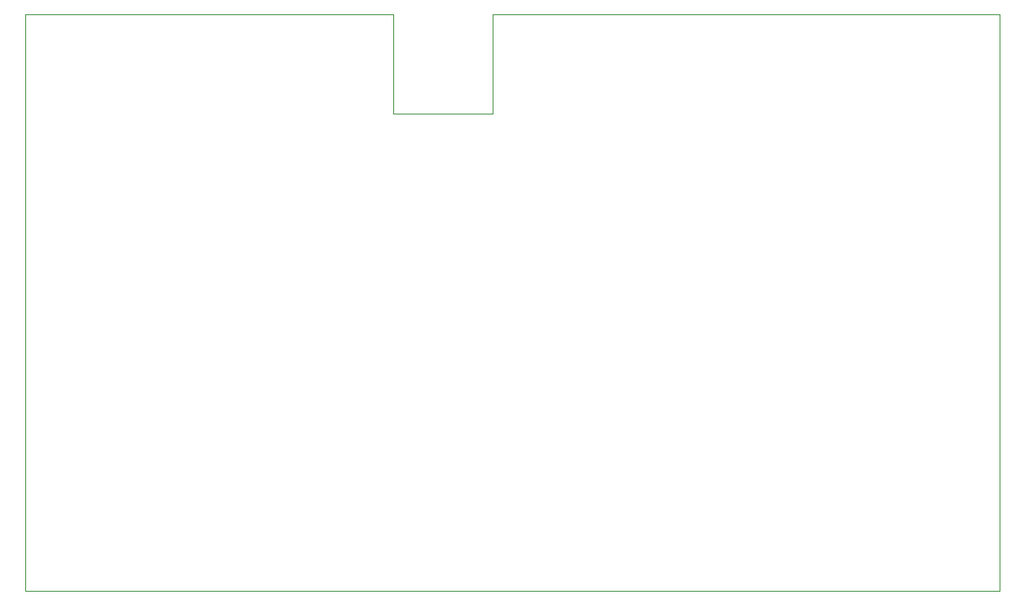
<source format=gbr>
%TF.GenerationSoftware,KiCad,Pcbnew,7.0.9*%
%TF.CreationDate,2024-05-12T00:48:34+09:00*%
%TF.ProjectId,hid taiko opeammm,68696420-7461-4696-9b6f-206f7065616d,rev?*%
%TF.SameCoordinates,Original*%
%TF.FileFunction,Profile,NP*%
%FSLAX46Y46*%
G04 Gerber Fmt 4.6, Leading zero omitted, Abs format (unit mm)*
G04 Created by KiCad (PCBNEW 7.0.9) date 2024-05-12 00:48:34*
%MOMM*%
%LPD*%
G01*
G04 APERTURE LIST*
%TA.AperFunction,Profile*%
%ADD10C,0.100000*%
%TD*%
G04 APERTURE END LIST*
D10*
X170187500Y-65100000D02*
X170187500Y-123100000D01*
X268187500Y-65100000D02*
X268187500Y-66100000D01*
X207187500Y-65100000D02*
X207187500Y-75100000D01*
X217187500Y-75100000D02*
X217187500Y-65100000D01*
X217187500Y-65100000D02*
X268187500Y-65100000D01*
X207187500Y-65100000D02*
X170187500Y-65100000D01*
X217187500Y-75100000D02*
X207187500Y-75100000D01*
X170187500Y-123100000D02*
X174187500Y-123100000D01*
X268187500Y-123100000D02*
X268187500Y-66100000D01*
X174187500Y-123100000D02*
X268187500Y-123100000D01*
M02*

</source>
